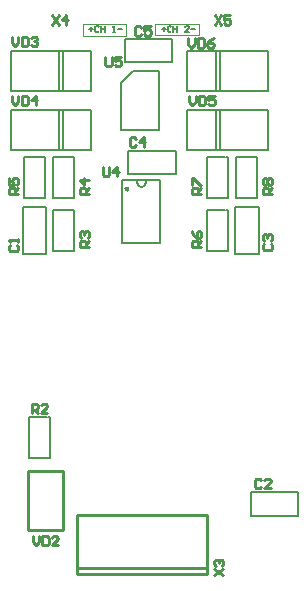
<source format=gbr>
%TF.GenerationSoftware,Altium Limited,Altium Designer,23.4.1 (23)*%
G04 Layer_Color=65535*
%FSLAX45Y45*%
%MOMM*%
%TF.SameCoordinates,B93E8061-1334-4625-9DA7-9BA1A821EA0A*%
%TF.FilePolarity,Positive*%
%TF.FileFunction,Legend,Top*%
%TF.Part,Single*%
G01*
G75*
%TA.AperFunction,NonConductor*%
%ADD22C,0.25400*%
%ADD23C,0.20000*%
%ADD24C,0.20000*%
%ADD25C,0.10000*%
D22*
X1280290Y3364304D02*
G03*
X1284285Y3366791I7815J-8104D01*
G01*
X753223Y473812D02*
Y973811D01*
X453223Y473812D02*
Y973811D01*
X753223D01*
X453223Y473812D02*
X753223D01*
X1970001Y99998D02*
Y599997D01*
X869999Y99998D02*
Y599997D01*
Y99998D02*
X1970001D01*
X869999Y599997D02*
X1970001D01*
X869999Y150000D02*
X1970001D01*
X483355Y1460013D02*
Y1539987D01*
X523342D01*
X536671Y1526658D01*
Y1500000D01*
X523342Y1486671D01*
X483355D01*
X510013D02*
X536671Y1460013D01*
X616645D02*
X563329D01*
X616645Y1513329D01*
Y1526658D01*
X603316Y1539987D01*
X576658D01*
X563329Y1526658D01*
X493368Y419987D02*
Y366671D01*
X520026Y340013D01*
X546684Y366671D01*
Y419987D01*
X573342D02*
Y340013D01*
X613329D01*
X626658Y353342D01*
Y406658D01*
X613329Y419987D01*
X573342D01*
X706632Y340013D02*
X653316D01*
X706632Y393329D01*
Y406658D01*
X693303Y419987D01*
X666645D01*
X653316Y406658D01*
X2032951Y4827787D02*
X2086267Y4747813D01*
Y4827787D02*
X2032951Y4747813D01*
X2166241Y4827787D02*
X2112925D01*
Y4787800D01*
X2139583Y4801129D01*
X2152912D01*
X2166241Y4787800D01*
Y4761142D01*
X2152912Y4747813D01*
X2126254D01*
X2112925Y4761142D01*
X657951Y4827787D02*
X711267Y4747813D01*
Y4827787D02*
X657951Y4747813D01*
X777912D02*
Y4827787D01*
X737925Y4787800D01*
X791241D01*
X1810467Y4635066D02*
Y4581750D01*
X1837125Y4555091D01*
X1863783Y4581750D01*
Y4635066D01*
X1890441D02*
Y4555091D01*
X1930428D01*
X1943757Y4568421D01*
Y4621737D01*
X1930428Y4635066D01*
X1890441D01*
X2023731D02*
X1997073Y4621737D01*
X1970415Y4595079D01*
Y4568421D01*
X1983744Y4555091D01*
X2010402D01*
X2023731Y4568421D01*
Y4581750D01*
X2010402Y4595079D01*
X1970415D01*
X1410842Y4722443D02*
X1397514Y4735772D01*
X1370856D01*
X1357526Y4722443D01*
Y4669127D01*
X1370856Y4655797D01*
X1397514D01*
X1410842Y4669127D01*
X1490817Y4735772D02*
X1437501D01*
Y4695785D01*
X1464159Y4709114D01*
X1477488D01*
X1490817Y4695785D01*
Y4669127D01*
X1477488Y4655797D01*
X1450830D01*
X1437501Y4669127D01*
X2028013Y86229D02*
X2107987Y139545D01*
X2028013D02*
X2107987Y86229D01*
X2041342Y166203D02*
X2028013Y179532D01*
Y206190D01*
X2041342Y219519D01*
X2054671D01*
X2068000Y206190D01*
Y192861D01*
Y206190D01*
X2081329Y219519D01*
X2094658D01*
X2107987Y206190D01*
Y179532D01*
X2094658Y166203D01*
X1818772Y4147187D02*
Y4093871D01*
X1845430Y4067213D01*
X1872088Y4093871D01*
Y4147187D01*
X1898746D02*
Y4067213D01*
X1938733D01*
X1952062Y4080542D01*
Y4133858D01*
X1938733Y4147187D01*
X1898746D01*
X2032036D02*
X1978720D01*
Y4107200D01*
X2005378Y4120529D01*
X2018707D01*
X2032036Y4107200D01*
Y4080542D01*
X2018707Y4067213D01*
X1992049D01*
X1978720Y4080542D01*
X318772Y4147187D02*
Y4093871D01*
X345430Y4067213D01*
X372088Y4093871D01*
Y4147187D01*
X398746D02*
Y4067213D01*
X438733D01*
X452062Y4080542D01*
Y4133858D01*
X438733Y4147187D01*
X398746D01*
X518708Y4067213D02*
Y4147187D01*
X478720Y4107200D01*
X532037D01*
X318772Y4647187D02*
Y4593871D01*
X345430Y4567213D01*
X372088Y4593871D01*
Y4647187D01*
X398746D02*
Y4567213D01*
X438733D01*
X452062Y4580542D01*
Y4633858D01*
X438733Y4647187D01*
X398746D01*
X478720Y4633858D02*
X492050Y4647187D01*
X518708D01*
X532037Y4633858D01*
Y4620529D01*
X518708Y4607200D01*
X505378D01*
X518708D01*
X532037Y4593871D01*
Y4580542D01*
X518708Y4567213D01*
X492050D01*
X478720Y4580542D01*
X1106655Y4478304D02*
Y4411659D01*
X1119984Y4398330D01*
X1146642D01*
X1159971Y4411659D01*
Y4478304D01*
X1239945D02*
X1186629D01*
Y4438317D01*
X1213287Y4451646D01*
X1226616D01*
X1239945Y4438317D01*
Y4411659D01*
X1226616Y4398330D01*
X1199958D01*
X1186629Y4411659D01*
X1086759Y3544187D02*
Y3477542D01*
X1100088Y3464213D01*
X1126746D01*
X1140075Y3477542D01*
Y3544187D01*
X1206720Y3464213D02*
Y3544187D01*
X1166733Y3504200D01*
X1220049D01*
X2520391Y3315555D02*
X2440417D01*
Y3355542D01*
X2453746Y3368871D01*
X2480404D01*
X2493733Y3355542D01*
Y3315555D01*
Y3342213D02*
X2520391Y3368871D01*
X2453746Y3395529D02*
X2440417Y3408859D01*
Y3435517D01*
X2453746Y3448846D01*
X2467075D01*
X2480404Y3435517D01*
X2493733Y3448846D01*
X2507062D01*
X2520391Y3435517D01*
Y3408859D01*
X2507062Y3395529D01*
X2493733D01*
X2480404Y3408859D01*
X2467075Y3395529D01*
X2453746D01*
X2480404Y3408859D02*
Y3435517D01*
X1920391Y3315555D02*
X1840417D01*
Y3355542D01*
X1853746Y3368871D01*
X1880404D01*
X1893733Y3355542D01*
Y3315555D01*
Y3342213D02*
X1920391Y3368871D01*
X1840417Y3395529D02*
Y3448846D01*
X1853746D01*
X1907062Y3395529D01*
X1920391D01*
Y2865555D02*
X1840417D01*
Y2905542D01*
X1853746Y2918871D01*
X1880404D01*
X1893733Y2905542D01*
Y2865555D01*
Y2892213D02*
X1920391Y2918871D01*
X1840417Y2998845D02*
X1853746Y2972187D01*
X1880404Y2945529D01*
X1907062D01*
X1920391Y2958858D01*
Y2985517D01*
X1907062Y2998845D01*
X1893733D01*
X1880404Y2985517D01*
Y2945529D01*
X370391Y3315555D02*
X290417D01*
Y3355542D01*
X303746Y3368871D01*
X330404D01*
X343733Y3355542D01*
Y3315555D01*
Y3342213D02*
X370391Y3368871D01*
X290417Y3448846D02*
Y3395529D01*
X330404D01*
X317075Y3422187D01*
Y3435517D01*
X330404Y3448846D01*
X357062D01*
X370391Y3435517D01*
Y3408859D01*
X357062Y3395529D01*
X970391Y3315555D02*
X890417D01*
Y3355542D01*
X903746Y3368871D01*
X930404D01*
X943733Y3355542D01*
Y3315555D01*
Y3342213D02*
X970391Y3368871D01*
Y3435517D02*
X890417D01*
X930404Y3395529D01*
Y3448846D01*
X970391Y2865555D02*
X890417D01*
Y2905542D01*
X903746Y2918871D01*
X930404D01*
X943733Y2905542D01*
Y2865555D01*
Y2892213D02*
X970391Y2918871D01*
X903746Y2945529D02*
X890417Y2958858D01*
Y2985517D01*
X903746Y2998845D01*
X917075D01*
X930404Y2985517D01*
Y2972187D01*
Y2985517D01*
X943733Y2998845D01*
X957062D01*
X970391Y2985517D01*
Y2958858D01*
X957062Y2945529D01*
X1367075Y3783859D02*
X1353746Y3797187D01*
X1327088D01*
X1313759Y3783859D01*
Y3730542D01*
X1327088Y3717213D01*
X1353746D01*
X1367075Y3730542D01*
X1433721Y3717213D02*
Y3797187D01*
X1393733Y3757201D01*
X1447049D01*
X2453746Y2893871D02*
X2440417Y2880542D01*
Y2853884D01*
X2453746Y2840555D01*
X2507062D01*
X2520391Y2853884D01*
Y2880542D01*
X2507062Y2893871D01*
X2453746Y2920529D02*
X2440417Y2933858D01*
Y2960517D01*
X2453746Y2973845D01*
X2467075D01*
X2480404Y2960517D01*
Y2947187D01*
Y2960517D01*
X2493733Y2973845D01*
X2507062D01*
X2520391Y2960517D01*
Y2933858D01*
X2507062Y2920529D01*
X2426671Y891658D02*
X2413342Y904987D01*
X2386684D01*
X2373355Y891658D01*
Y838342D01*
X2386684Y825013D01*
X2413342D01*
X2426671Y838342D01*
X2506645Y825013D02*
X2453329D01*
X2506645Y878329D01*
Y891658D01*
X2493316Y904987D01*
X2466658D01*
X2453329Y891658D01*
X303746Y2882200D02*
X290417Y2868871D01*
Y2842213D01*
X303746Y2828884D01*
X357062D01*
X370391Y2842213D01*
Y2868871D01*
X357062Y2882200D01*
X370391Y2908858D02*
Y2935516D01*
Y2922187D01*
X290417D01*
X303746Y2908858D01*
D23*
X1413404Y3373700D02*
G03*
X1448404Y3408700I0J35000D01*
G01*
X1378404D02*
G03*
X1413404Y3373700I35000J0D01*
G01*
X640001Y1076250D02*
Y1411250D01*
X460001Y1076250D02*
X640001D01*
X460001D02*
Y1423752D01*
X617501D01*
X620001D02*
X640001D01*
Y1413750D02*
Y1423752D01*
X1273405Y4629201D02*
X1673404D01*
Y4431701D02*
Y4629201D01*
X1273405Y4431701D02*
X1673404D01*
X1273405D02*
Y4629201D01*
X305406Y4527205D02*
X325406D01*
X305406Y4187200D02*
Y4527205D01*
Y4187200D02*
X990408D01*
Y4527205D01*
X325406D02*
X990408D01*
X745405Y4194703D02*
Y4517202D01*
X715408Y4199702D02*
Y4514703D01*
X305406Y4027200D02*
X325406D01*
X305406Y3687201D02*
Y4027200D01*
Y3687201D02*
X990408D01*
Y4027200D01*
X325406D02*
X990408D01*
X745405Y3694704D02*
Y4017203D01*
X715408Y3699703D02*
Y4014704D01*
X415403Y3295955D02*
Y3630950D01*
X595403D01*
Y3283453D02*
Y3630950D01*
X437903Y3283453D02*
X595403D01*
X415403D02*
X435403D01*
X415403D02*
Y3293450D01*
X407905Y3207202D02*
X605405D01*
X407905Y2807203D02*
Y3207202D01*
Y2807203D02*
X605405D01*
Y3207202D01*
X845405Y3170951D02*
Y3180954D01*
X825405D02*
X845405D01*
X665405D02*
X822906D01*
X665405Y2833451D02*
Y3180954D01*
Y2833451D02*
X845405D01*
Y3168452D01*
Y3283453D02*
Y3618454D01*
X665405Y3283453D02*
X845405D01*
X665405D02*
Y3630950D01*
X822906D01*
X825405D02*
X845405D01*
Y3620953D02*
Y3630950D01*
X2145402Y3170951D02*
Y3180954D01*
X2125402D02*
X2145402D01*
X1965403D02*
X2122903D01*
X1965403Y2833451D02*
Y3180954D01*
Y2833451D02*
X2145402D01*
Y3168452D01*
X2207907Y3207202D02*
X2405402D01*
X2207907Y2807203D02*
Y3207202D01*
Y2807203D02*
X2405402D01*
Y3207202D01*
X2215405Y3284703D02*
Y3294705D01*
Y3284703D02*
X2235405D01*
X2237904D02*
X2395404D01*
Y3632205D01*
X2215405D02*
X2395404D01*
X2215405Y3297204D02*
Y3632205D01*
X2075405Y4199702D02*
Y4514703D01*
X2045408Y4197203D02*
Y4519701D01*
X1800404Y4187200D02*
X2465407D01*
X1800404D02*
Y4527205D01*
X2485407D01*
Y4187200D02*
Y4527205D01*
X2465407Y4187200D02*
X2485407D01*
X2075405Y3699703D02*
Y4014704D01*
X2045408Y3697204D02*
Y4019702D01*
X1800404Y3687201D02*
X2465407D01*
X1800404D02*
Y4027200D01*
X2485407D01*
Y3687201D02*
Y4027200D01*
X2465407Y3687201D02*
X2485407D01*
X2145402Y3284703D02*
Y3619703D01*
X1965403Y3284703D02*
X2145402D01*
X1965403D02*
Y3632200D01*
X2122903D01*
X2125402D02*
X2145402D01*
Y3622203D02*
Y3632200D01*
X1560405Y3857203D02*
Y4357202D01*
X1240405Y3857203D02*
X1560405D01*
X1240405D02*
Y4252001D01*
X1345607Y4357202D01*
X1560405D01*
X1303403Y3679200D02*
X1703402D01*
Y3481705D02*
Y3679200D01*
X1303403Y3481705D02*
X1703402D01*
X1303403D02*
Y3679200D01*
X1573405Y2903703D02*
Y3431205D01*
X1248406Y2903703D02*
X1573405D01*
X1248406D02*
Y3431205D01*
X1573405D01*
X1448406Y3408700D02*
Y3431205D01*
X1378404Y3408700D02*
Y3431205D01*
X2339998Y790001D02*
X2740002D01*
Y592501D02*
Y790001D01*
X2339998Y592501D02*
X2740002D01*
X2339998D02*
Y790001D01*
X972374Y4708794D02*
X1005697D01*
X989035Y4725456D02*
Y4692133D01*
X1055680Y4725456D02*
X1047350Y4733786D01*
X1030689D01*
X1022358Y4725456D01*
Y4692133D01*
X1030689Y4683802D01*
X1047350D01*
X1055680Y4692133D01*
X1072342Y4733786D02*
Y4683802D01*
Y4708794D01*
X1105664D01*
Y4733786D01*
Y4683802D01*
X1172309D02*
X1188970D01*
X1180639D01*
Y4733786D01*
X1172309Y4725456D01*
X1213962Y4708794D02*
X1247285D01*
X1584192D02*
X1617514D01*
X1600853Y4725456D02*
Y4692133D01*
X1667498Y4725456D02*
X1659167Y4733786D01*
X1642506D01*
X1634176Y4725456D01*
Y4692133D01*
X1642506Y4683802D01*
X1659167D01*
X1667498Y4692133D01*
X1684159Y4733786D02*
Y4683802D01*
Y4708794D01*
X1717482D01*
Y4733786D01*
Y4683802D01*
X1817449D02*
X1784126D01*
X1817449Y4717125D01*
Y4725456D01*
X1809118Y4733786D01*
X1792457D01*
X1784126Y4725456D01*
X1834110Y4708794D02*
X1867433D01*
D24*
X1385904Y3431200D02*
D03*
D25*
X920726Y4656846D02*
X1286722D01*
X920726Y4752651D02*
X1286722D01*
Y4656846D02*
Y4752651D01*
X920726Y4656846D02*
Y4752651D01*
X1531840Y4659975D02*
X1897836D01*
X1531840Y4755780D02*
X1897836D01*
Y4659975D02*
Y4755780D01*
X1531840Y4659975D02*
Y4755780D01*
%TF.MD5,7432956da0611d6b390e5bc97a42a657*%
M02*

</source>
